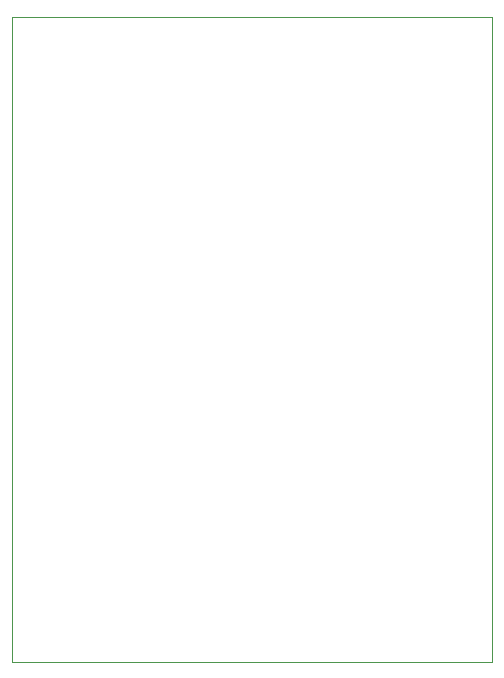
<source format=gm1>
G04 #@! TF.GenerationSoftware,KiCad,Pcbnew,(5.1.2)-2*
G04 #@! TF.CreationDate,2019-12-17T18:16:02+09:00*
G04 #@! TF.ProjectId,simplecodec3,73696d70-6c65-4636-9f64-6563332e6b69,rev?*
G04 #@! TF.SameCoordinates,Original*
G04 #@! TF.FileFunction,Profile,NP*
%FSLAX46Y46*%
G04 Gerber Fmt 4.6, Leading zero omitted, Abs format (unit mm)*
G04 Created by KiCad (PCBNEW (5.1.2)-2) date 2019-12-17 18:16:02*
%MOMM*%
%LPD*%
G04 APERTURE LIST*
%ADD10C,0.050000*%
G04 APERTURE END LIST*
D10*
X45720000Y-80010000D02*
X45720000Y-25400000D01*
X86360000Y-80010000D02*
X45720000Y-80010000D01*
X86360000Y-25400000D02*
X86360000Y-80010000D01*
X45720000Y-25400000D02*
X86360000Y-25400000D01*
M02*

</source>
